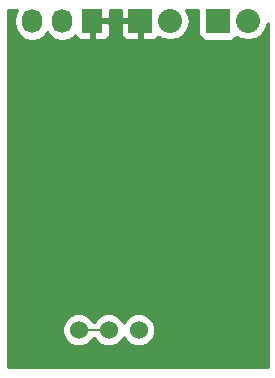
<source format=gbr>
G04 #@! TF.FileFunction,Copper,L2,Bot,Signal*
%FSLAX46Y46*%
G04 Gerber Fmt 4.6, Leading zero omitted, Abs format (unit mm)*
G04 Created by KiCad (PCBNEW 4.0.4-stable) date Fri Dec  9 21:16:25 2016*
%MOMM*%
%LPD*%
G01*
G04 APERTURE LIST*
%ADD10C,2.000000*%
%ADD11R,2.032000X2.032000*%
%ADD12O,2.032000X2.032000*%
%ADD13R,1.727200X2.032000*%
%ADD14O,1.727200X2.032000*%
%ADD15C,1.524000*%
%ADD16C,0.685800*%
%ADD17C,0.152400*%
%ADD18C,0.254000*%
G04 APERTURE END LIST*
D10*
D11*
X126238000Y-93091000D03*
D12*
X128778000Y-93091000D03*
D11*
X132842000Y-93091000D03*
D12*
X135382000Y-93091000D03*
D13*
X122174000Y-93091000D03*
D14*
X119634000Y-93091000D03*
X117094000Y-93091000D03*
D15*
X123571000Y-119253000D03*
X121031000Y-119253000D03*
X126111000Y-119253000D03*
D16*
X132588000Y-100357100D03*
X135177700Y-109367600D03*
X124518300Y-96334600D03*
X118680600Y-108083300D03*
X125579000Y-108378000D03*
X133742700Y-118364100D03*
X134300000Y-112526300D03*
X130937000Y-105043300D03*
X124206000Y-114282500D03*
X123383300Y-107203000D03*
X118893600Y-113084700D03*
D17*
X121031000Y-119253000D02*
X123571000Y-119253000D01*
D18*
G36*
X115709474Y-92332766D02*
X115595400Y-92906255D01*
X115595400Y-93275745D01*
X115709474Y-93849234D01*
X116034330Y-94335415D01*
X116520511Y-94660271D01*
X117094000Y-94774345D01*
X117667489Y-94660271D01*
X118153670Y-94335415D01*
X118364000Y-94020634D01*
X118574330Y-94335415D01*
X119060511Y-94660271D01*
X119634000Y-94774345D01*
X120207489Y-94660271D01*
X120693670Y-94335415D01*
X120708500Y-94313220D01*
X120772073Y-94466699D01*
X120950702Y-94645327D01*
X121184091Y-94742000D01*
X121888250Y-94742000D01*
X122047000Y-94583250D01*
X122047000Y-93218000D01*
X122301000Y-93218000D01*
X122301000Y-94583250D01*
X122459750Y-94742000D01*
X123163909Y-94742000D01*
X123397298Y-94645327D01*
X123575927Y-94466699D01*
X123672600Y-94233310D01*
X123672600Y-93376750D01*
X124587000Y-93376750D01*
X124587000Y-94233310D01*
X124683673Y-94466699D01*
X124862302Y-94645327D01*
X125095691Y-94742000D01*
X125952250Y-94742000D01*
X126111000Y-94583250D01*
X126111000Y-93218000D01*
X124745750Y-93218000D01*
X124587000Y-93376750D01*
X123672600Y-93376750D01*
X123513850Y-93218000D01*
X122301000Y-93218000D01*
X122047000Y-93218000D01*
X122027000Y-93218000D01*
X122027000Y-92964000D01*
X122047000Y-92964000D01*
X122047000Y-92944000D01*
X122301000Y-92944000D01*
X122301000Y-92964000D01*
X123513850Y-92964000D01*
X123672600Y-92805250D01*
X123672600Y-92202000D01*
X124587000Y-92202000D01*
X124587000Y-92805250D01*
X124745750Y-92964000D01*
X126111000Y-92964000D01*
X126111000Y-92944000D01*
X126365000Y-92944000D01*
X126365000Y-92964000D01*
X126385000Y-92964000D01*
X126385000Y-93218000D01*
X126365000Y-93218000D01*
X126365000Y-94583250D01*
X126523750Y-94742000D01*
X127380309Y-94742000D01*
X127613698Y-94645327D01*
X127792327Y-94466699D01*
X127813481Y-94415628D01*
X128113845Y-94616325D01*
X128745655Y-94742000D01*
X128810345Y-94742000D01*
X129442155Y-94616325D01*
X129977778Y-94258433D01*
X130335670Y-93722810D01*
X130461345Y-93091000D01*
X130335670Y-92459190D01*
X130163821Y-92202000D01*
X131178560Y-92202000D01*
X131178560Y-94107000D01*
X131222838Y-94342317D01*
X131361910Y-94558441D01*
X131574110Y-94703431D01*
X131826000Y-94754440D01*
X133858000Y-94754440D01*
X134093317Y-94710162D01*
X134309441Y-94571090D01*
X134416233Y-94414794D01*
X134717845Y-94616325D01*
X135349655Y-94742000D01*
X135414345Y-94742000D01*
X136046155Y-94616325D01*
X136581778Y-94258433D01*
X136939670Y-93722810D01*
X137033000Y-93253609D01*
X137033000Y-122428000D01*
X115250359Y-122428000D01*
X115108261Y-122399735D01*
X115062000Y-122368824D01*
X115062000Y-119529661D01*
X119633758Y-119529661D01*
X119845990Y-120043303D01*
X120238630Y-120436629D01*
X120751900Y-120649757D01*
X121307661Y-120650242D01*
X121821303Y-120438010D01*
X122214629Y-120045370D01*
X122248334Y-119964200D01*
X122353305Y-119964200D01*
X122385990Y-120043303D01*
X122778630Y-120436629D01*
X123291900Y-120649757D01*
X123847661Y-120650242D01*
X124361303Y-120438010D01*
X124754629Y-120045370D01*
X124840949Y-119837488D01*
X124925990Y-120043303D01*
X125318630Y-120436629D01*
X125831900Y-120649757D01*
X126387661Y-120650242D01*
X126901303Y-120438010D01*
X127294629Y-120045370D01*
X127507757Y-119532100D01*
X127508242Y-118976339D01*
X127296010Y-118462697D01*
X126903370Y-118069371D01*
X126390100Y-117856243D01*
X125834339Y-117855758D01*
X125320697Y-118067990D01*
X124927371Y-118460630D01*
X124841051Y-118668512D01*
X124756010Y-118462697D01*
X124363370Y-118069371D01*
X123850100Y-117856243D01*
X123294339Y-117855758D01*
X122780697Y-118067990D01*
X122387371Y-118460630D01*
X122353666Y-118541800D01*
X122248695Y-118541800D01*
X122216010Y-118462697D01*
X121823370Y-118069371D01*
X121310100Y-117856243D01*
X120754339Y-117855758D01*
X120240697Y-118067990D01*
X119847371Y-118460630D01*
X119634243Y-118973900D01*
X119633758Y-119529661D01*
X115062000Y-119529661D01*
X115062000Y-92202000D01*
X115796849Y-92202000D01*
X115709474Y-92332766D01*
X115709474Y-92332766D01*
G37*
X115709474Y-92332766D02*
X115595400Y-92906255D01*
X115595400Y-93275745D01*
X115709474Y-93849234D01*
X116034330Y-94335415D01*
X116520511Y-94660271D01*
X117094000Y-94774345D01*
X117667489Y-94660271D01*
X118153670Y-94335415D01*
X118364000Y-94020634D01*
X118574330Y-94335415D01*
X119060511Y-94660271D01*
X119634000Y-94774345D01*
X120207489Y-94660271D01*
X120693670Y-94335415D01*
X120708500Y-94313220D01*
X120772073Y-94466699D01*
X120950702Y-94645327D01*
X121184091Y-94742000D01*
X121888250Y-94742000D01*
X122047000Y-94583250D01*
X122047000Y-93218000D01*
X122301000Y-93218000D01*
X122301000Y-94583250D01*
X122459750Y-94742000D01*
X123163909Y-94742000D01*
X123397298Y-94645327D01*
X123575927Y-94466699D01*
X123672600Y-94233310D01*
X123672600Y-93376750D01*
X124587000Y-93376750D01*
X124587000Y-94233310D01*
X124683673Y-94466699D01*
X124862302Y-94645327D01*
X125095691Y-94742000D01*
X125952250Y-94742000D01*
X126111000Y-94583250D01*
X126111000Y-93218000D01*
X124745750Y-93218000D01*
X124587000Y-93376750D01*
X123672600Y-93376750D01*
X123513850Y-93218000D01*
X122301000Y-93218000D01*
X122047000Y-93218000D01*
X122027000Y-93218000D01*
X122027000Y-92964000D01*
X122047000Y-92964000D01*
X122047000Y-92944000D01*
X122301000Y-92944000D01*
X122301000Y-92964000D01*
X123513850Y-92964000D01*
X123672600Y-92805250D01*
X123672600Y-92202000D01*
X124587000Y-92202000D01*
X124587000Y-92805250D01*
X124745750Y-92964000D01*
X126111000Y-92964000D01*
X126111000Y-92944000D01*
X126365000Y-92944000D01*
X126365000Y-92964000D01*
X126385000Y-92964000D01*
X126385000Y-93218000D01*
X126365000Y-93218000D01*
X126365000Y-94583250D01*
X126523750Y-94742000D01*
X127380309Y-94742000D01*
X127613698Y-94645327D01*
X127792327Y-94466699D01*
X127813481Y-94415628D01*
X128113845Y-94616325D01*
X128745655Y-94742000D01*
X128810345Y-94742000D01*
X129442155Y-94616325D01*
X129977778Y-94258433D01*
X130335670Y-93722810D01*
X130461345Y-93091000D01*
X130335670Y-92459190D01*
X130163821Y-92202000D01*
X131178560Y-92202000D01*
X131178560Y-94107000D01*
X131222838Y-94342317D01*
X131361910Y-94558441D01*
X131574110Y-94703431D01*
X131826000Y-94754440D01*
X133858000Y-94754440D01*
X134093317Y-94710162D01*
X134309441Y-94571090D01*
X134416233Y-94414794D01*
X134717845Y-94616325D01*
X135349655Y-94742000D01*
X135414345Y-94742000D01*
X136046155Y-94616325D01*
X136581778Y-94258433D01*
X136939670Y-93722810D01*
X137033000Y-93253609D01*
X137033000Y-122428000D01*
X115250359Y-122428000D01*
X115108261Y-122399735D01*
X115062000Y-122368824D01*
X115062000Y-119529661D01*
X119633758Y-119529661D01*
X119845990Y-120043303D01*
X120238630Y-120436629D01*
X120751900Y-120649757D01*
X121307661Y-120650242D01*
X121821303Y-120438010D01*
X122214629Y-120045370D01*
X122248334Y-119964200D01*
X122353305Y-119964200D01*
X122385990Y-120043303D01*
X122778630Y-120436629D01*
X123291900Y-120649757D01*
X123847661Y-120650242D01*
X124361303Y-120438010D01*
X124754629Y-120045370D01*
X124840949Y-119837488D01*
X124925990Y-120043303D01*
X125318630Y-120436629D01*
X125831900Y-120649757D01*
X126387661Y-120650242D01*
X126901303Y-120438010D01*
X127294629Y-120045370D01*
X127507757Y-119532100D01*
X127508242Y-118976339D01*
X127296010Y-118462697D01*
X126903370Y-118069371D01*
X126390100Y-117856243D01*
X125834339Y-117855758D01*
X125320697Y-118067990D01*
X124927371Y-118460630D01*
X124841051Y-118668512D01*
X124756010Y-118462697D01*
X124363370Y-118069371D01*
X123850100Y-117856243D01*
X123294339Y-117855758D01*
X122780697Y-118067990D01*
X122387371Y-118460630D01*
X122353666Y-118541800D01*
X122248695Y-118541800D01*
X122216010Y-118462697D01*
X121823370Y-118069371D01*
X121310100Y-117856243D01*
X120754339Y-117855758D01*
X120240697Y-118067990D01*
X119847371Y-118460630D01*
X119634243Y-118973900D01*
X119633758Y-119529661D01*
X115062000Y-119529661D01*
X115062000Y-92202000D01*
X115796849Y-92202000D01*
X115709474Y-92332766D01*
M02*

</source>
